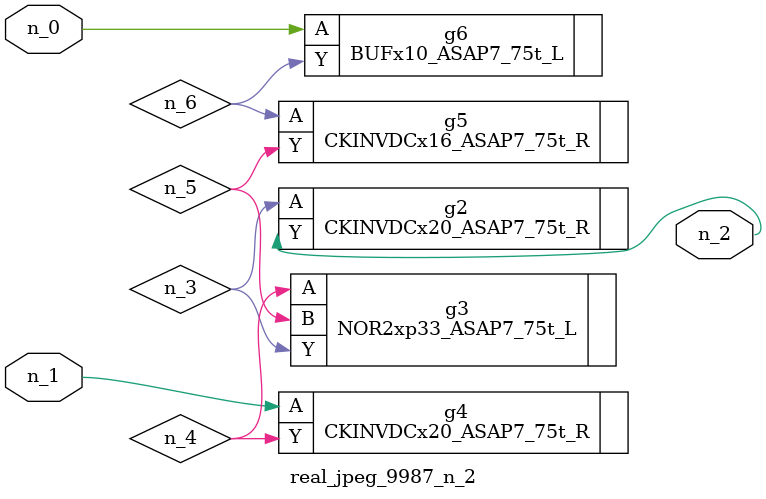
<source format=v>
module real_jpeg_9987_n_2 (n_1, n_0, n_2);

input n_1;
input n_0;

output n_2;

wire n_5;
wire n_4;
wire n_6;
wire n_3;

BUFx10_ASAP7_75t_L g6 ( 
.A(n_0),
.Y(n_6)
);

CKINVDCx20_ASAP7_75t_R g4 ( 
.A(n_1),
.Y(n_4)
);

CKINVDCx20_ASAP7_75t_R g2 ( 
.A(n_3),
.Y(n_2)
);

NOR2xp33_ASAP7_75t_L g3 ( 
.A(n_4),
.B(n_5),
.Y(n_3)
);

CKINVDCx16_ASAP7_75t_R g5 ( 
.A(n_6),
.Y(n_5)
);


endmodule
</source>
